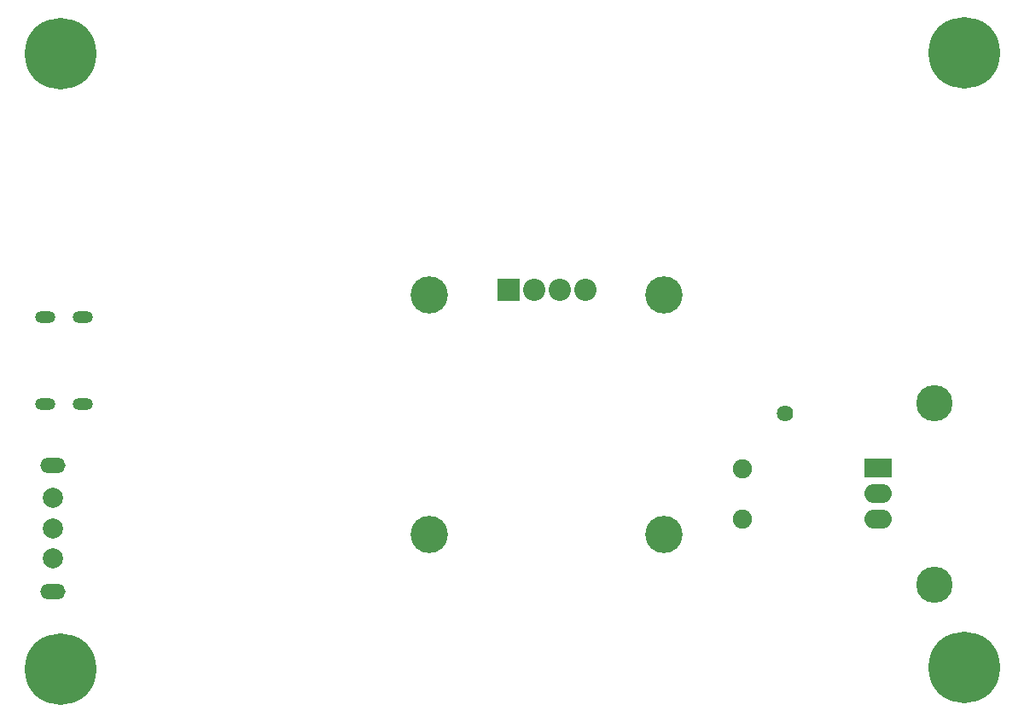
<source format=gbs>
G04 Layer: BottomSolderMaskLayer*
G04 EasyEDA v6.5.47, 2024-10-14 09:34:27*
G04 ce67ab0569d04c388b7640da7ad94f30,699dadb93aee4be8b9b8ad6142c81684,10*
G04 Gerber Generator version 0.2*
G04 Scale: 100 percent, Rotated: No, Reflected: No *
G04 Dimensions in millimeters *
G04 leading zeros omitted , absolute positions ,4 integer and 5 decimal *
%FSLAX45Y45*%
%MOMM*%

%AMMACRO1*4,1,8,-1.0421,-1.1016,-1.1016,-1.0421,-1.1016,1.0421,-1.0421,1.1016,1.0421,1.1016,1.1016,1.0421,1.1016,-1.0421,1.0421,-1.1016,-1.0421,-1.1016,0*%
%AMMACRO2*4,1,8,-1.3211,-0.9508,-1.3508,-0.921,-1.3508,0.9211,-1.3211,0.9508,1.321,0.9508,1.3508,0.9211,1.3508,-0.921,1.321,-0.9508,-1.3211,-0.9508,0*%
%ADD10C,1.9016*%
%ADD11MACRO1*%
%ADD12C,2.2032*%
%ADD13C,3.7032*%
%ADD14C,7.1016*%
%ADD15O,2.7015948X1.9015964*%
%ADD16MACRO2*%
%ADD17O,2.0015962000000003X1.2015978000000003*%
%ADD18C,3.6000*%
%ADD19C,2.0016*%
%ADD20O,2.5015952X1.5015972000000002*%
%ADD21C,1.6256*%

%LPD*%
D10*
G01*
X7835900Y3818686D03*
G01*
X7835900Y3318687D03*
D11*
G01*
X5511807Y5596501D03*
D12*
G01*
X5765800Y5596509D03*
G01*
X6019800Y5596509D03*
G01*
X6273800Y5596509D03*
D13*
G01*
X4727803Y5546521D03*
G01*
X7057796Y5546521D03*
G01*
X4727803Y3166516D03*
G01*
X7057796Y3166516D03*
D14*
G01*
X1066825Y7937500D03*
G01*
X10033025Y7950200D03*
G01*
X10033025Y1841500D03*
G01*
X1066825Y1828800D03*
D15*
G01*
X9182608Y3568725D03*
G01*
X9181617Y3314700D03*
D16*
G01*
X9182595Y3822712D03*
D17*
G01*
X915111Y4457496D03*
G01*
X915111Y5321477D03*
G01*
X1295120Y4457496D03*
G01*
X1295120Y5321477D03*
D18*
G01*
X9740900Y2668701D03*
G01*
X9740900Y4468698D03*
D19*
G01*
X990600Y3225800D03*
G01*
X990600Y2925800D03*
G01*
X990600Y3525799D03*
D20*
G01*
X990600Y2600807D03*
G01*
X990600Y3850792D03*
D21*
G01*
X8255000Y4368800D03*
M02*

</source>
